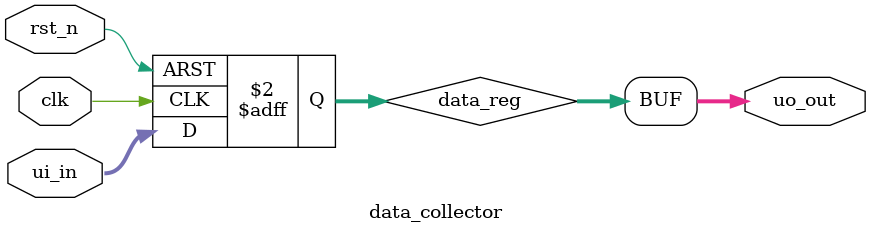
<source format=v>
module data_collector (
    input wire clk,
    input wire rst_n,        // Changed from 'reset' to 'rst_n'
    input wire [7:0] ui_in,  // Changed from 'data_in' to 'ui_in'
    output reg [7:0] uo_out  // Changed from 'data_out' to 'uo_out'
);
    reg [7:0] data_reg;
    always @(posedge clk or posedge rst_n) begin
        if (rst_n) begin
            data_reg <= 8'b0;
        end else begin
            data_reg <= ui_in;
        end
    end
    assign uo_out = data_reg;  // Forwarding collected data to output
endmodule

</source>
